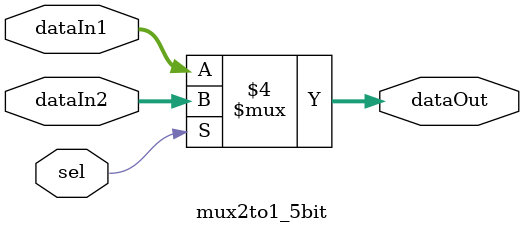
<source format=v>
module mux2to1_5bit(dataIn1, dataIn2, sel, dataOut);
    input [4:0] dataIn1, dataIn2;
    input sel;
    output [4:0] dataOut;
    reg [4:0] dataOut;
    always @(dataIn1, dataIn2, sel) begin
        if (sel == 0)
          dataOut <= dataIn1;
        else
          dataOut <= dataIn2;
    end
endmodule

</source>
